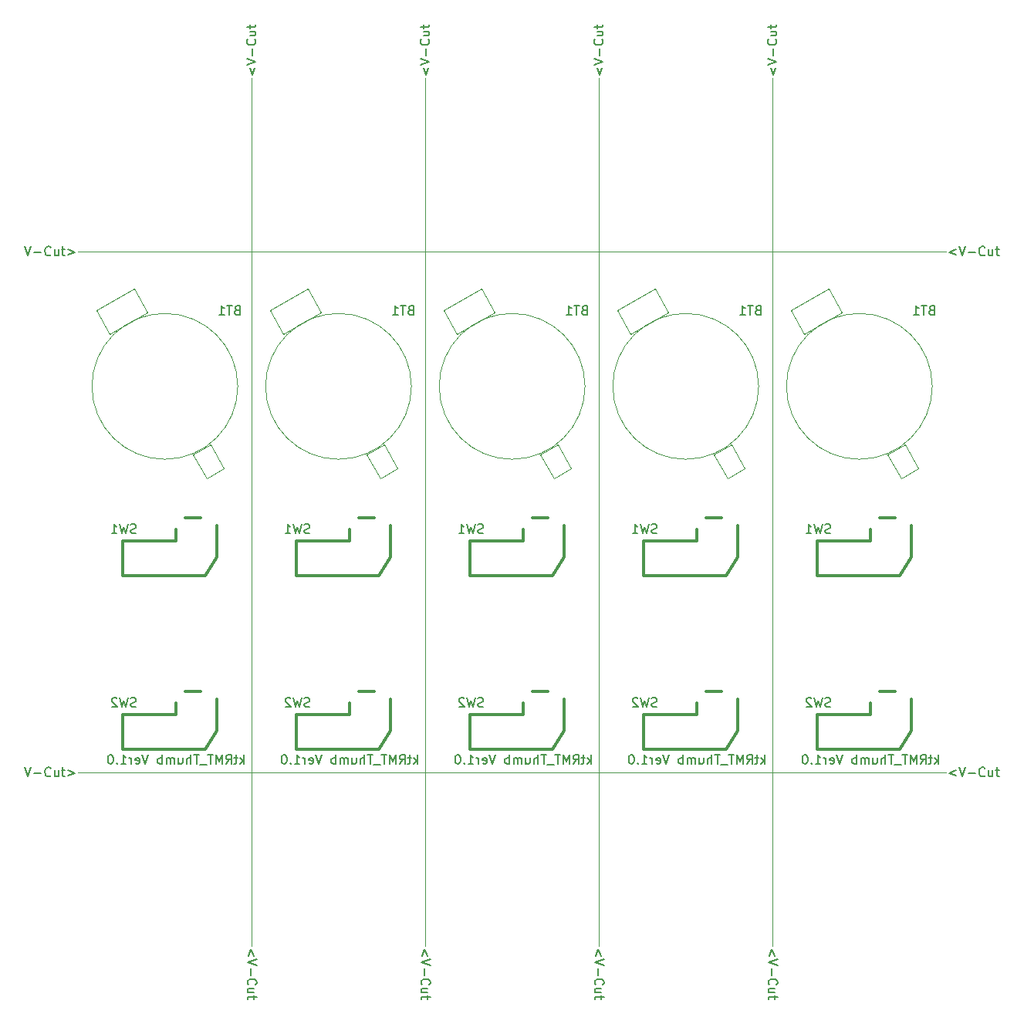
<source format=gbo>
%TF.GenerationSoftware,KiCad,Pcbnew,(6.0.11-0)*%
%TF.CreationDate,2025-01-13T00:26:26+09:00*%
%TF.ProjectId,Array,41727261-792e-46b6-9963-61645f706362,rev?*%
%TF.SameCoordinates,Original*%
%TF.FileFunction,Legend,Bot*%
%TF.FilePolarity,Positive*%
%FSLAX46Y46*%
G04 Gerber Fmt 4.6, Leading zero omitted, Abs format (unit mm)*
G04 Created by KiCad (PCBNEW (6.0.11-0)) date 2025-01-13 00:26:26*
%MOMM*%
%LPD*%
G01*
G04 APERTURE LIST*
%ADD10C,0.120000*%
%ADD11C,0.050000*%
%ADD12C,0.150000*%
%ADD13C,0.360000*%
G04 APERTURE END LIST*
D10*
X0Y-76200000D02*
X95250000Y-76200000D01*
D11*
X76200000Y-95250000D02*
X76200000Y0D01*
X19050000Y0D02*
X19050000Y-95250000D01*
X38100000Y-95250000D02*
X38100000Y0D01*
D10*
X0Y-19050000D02*
X95250000Y-19050000D01*
D11*
X57150000Y0D02*
X57150000Y-95250000D01*
D12*
X37228571Y-75282380D02*
X37228571Y-74282380D01*
X37133333Y-74901428D02*
X36847619Y-75282380D01*
X36847619Y-74615714D02*
X37228571Y-74996666D01*
X36561904Y-74615714D02*
X36180952Y-74615714D01*
X36419047Y-74282380D02*
X36419047Y-75139523D01*
X36371428Y-75234761D01*
X36276190Y-75282380D01*
X36180952Y-75282380D01*
X35276190Y-75282380D02*
X35609523Y-74806190D01*
X35847619Y-75282380D02*
X35847619Y-74282380D01*
X35466666Y-74282380D01*
X35371428Y-74330000D01*
X35323809Y-74377619D01*
X35276190Y-74472857D01*
X35276190Y-74615714D01*
X35323809Y-74710952D01*
X35371428Y-74758571D01*
X35466666Y-74806190D01*
X35847619Y-74806190D01*
X34847619Y-75282380D02*
X34847619Y-74282380D01*
X34514285Y-74996666D01*
X34180952Y-74282380D01*
X34180952Y-75282380D01*
X33847619Y-74282380D02*
X33276190Y-74282380D01*
X33561904Y-75282380D02*
X33561904Y-74282380D01*
X33180952Y-75377619D02*
X32419047Y-75377619D01*
X32323809Y-74282380D02*
X31752380Y-74282380D01*
X32038095Y-75282380D02*
X32038095Y-74282380D01*
X31419047Y-75282380D02*
X31419047Y-74282380D01*
X30990476Y-75282380D02*
X30990476Y-74758571D01*
X31038095Y-74663333D01*
X31133333Y-74615714D01*
X31276190Y-74615714D01*
X31371428Y-74663333D01*
X31419047Y-74710952D01*
X30085714Y-74615714D02*
X30085714Y-75282380D01*
X30514285Y-74615714D02*
X30514285Y-75139523D01*
X30466666Y-75234761D01*
X30371428Y-75282380D01*
X30228571Y-75282380D01*
X30133333Y-75234761D01*
X30085714Y-75187142D01*
X29609523Y-75282380D02*
X29609523Y-74615714D01*
X29609523Y-74710952D02*
X29561904Y-74663333D01*
X29466666Y-74615714D01*
X29323809Y-74615714D01*
X29228571Y-74663333D01*
X29180952Y-74758571D01*
X29180952Y-75282380D01*
X29180952Y-74758571D02*
X29133333Y-74663333D01*
X29038095Y-74615714D01*
X28895238Y-74615714D01*
X28800000Y-74663333D01*
X28752380Y-74758571D01*
X28752380Y-75282380D01*
X28276190Y-75282380D02*
X28276190Y-74282380D01*
X28276190Y-74663333D02*
X28180952Y-74615714D01*
X27990476Y-74615714D01*
X27895238Y-74663333D01*
X27847619Y-74710952D01*
X27800000Y-74806190D01*
X27800000Y-75091904D01*
X27847619Y-75187142D01*
X27895238Y-75234761D01*
X27990476Y-75282380D01*
X28180952Y-75282380D01*
X28276190Y-75234761D01*
X26752380Y-74282380D02*
X26419047Y-75282380D01*
X26085714Y-74282380D01*
X25371428Y-75234761D02*
X25466666Y-75282380D01*
X25657142Y-75282380D01*
X25752380Y-75234761D01*
X25800000Y-75139523D01*
X25800000Y-74758571D01*
X25752380Y-74663333D01*
X25657142Y-74615714D01*
X25466666Y-74615714D01*
X25371428Y-74663333D01*
X25323809Y-74758571D01*
X25323809Y-74853809D01*
X25800000Y-74949047D01*
X24895238Y-75282380D02*
X24895238Y-74615714D01*
X24895238Y-74806190D02*
X24847619Y-74710952D01*
X24800000Y-74663333D01*
X24704761Y-74615714D01*
X24609523Y-74615714D01*
X23752380Y-75282380D02*
X24323809Y-75282380D01*
X24038095Y-75282380D02*
X24038095Y-74282380D01*
X24133333Y-74425238D01*
X24228571Y-74520476D01*
X24323809Y-74568095D01*
X23323809Y-75187142D02*
X23276190Y-75234761D01*
X23323809Y-75282380D01*
X23371428Y-75234761D01*
X23323809Y-75187142D01*
X23323809Y-75282380D01*
X22657142Y-74282380D02*
X22561904Y-74282380D01*
X22466666Y-74330000D01*
X22419047Y-74377619D01*
X22371428Y-74472857D01*
X22323809Y-74663333D01*
X22323809Y-74901428D01*
X22371428Y-75091904D01*
X22419047Y-75187142D01*
X22466666Y-75234761D01*
X22561904Y-75282380D01*
X22657142Y-75282380D01*
X22752380Y-75234761D01*
X22800000Y-75187142D01*
X22847619Y-75091904D01*
X22895238Y-74901428D01*
X22895238Y-74663333D01*
X22847619Y-74472857D01*
X22800000Y-74377619D01*
X22752380Y-74330000D01*
X22657142Y-74282380D01*
X38314285Y-96347500D02*
X38028571Y-95585595D01*
X37742857Y-96347500D01*
X38647619Y-96680833D02*
X37647619Y-97014166D01*
X38647619Y-97347500D01*
X38028571Y-97680833D02*
X38028571Y-98442738D01*
X37742857Y-99490357D02*
X37695238Y-99442738D01*
X37647619Y-99299880D01*
X37647619Y-99204642D01*
X37695238Y-99061785D01*
X37790476Y-98966547D01*
X37885714Y-98918928D01*
X38076190Y-98871309D01*
X38219047Y-98871309D01*
X38409523Y-98918928D01*
X38504761Y-98966547D01*
X38600000Y-99061785D01*
X38647619Y-99204642D01*
X38647619Y-99299880D01*
X38600000Y-99442738D01*
X38552380Y-99490357D01*
X38314285Y-100347500D02*
X37647619Y-100347500D01*
X38314285Y-99918928D02*
X37790476Y-99918928D01*
X37695238Y-99966547D01*
X37647619Y-100061785D01*
X37647619Y-100204642D01*
X37695238Y-100299880D01*
X37742857Y-100347500D01*
X38314285Y-100680833D02*
X38314285Y-101061785D01*
X38647619Y-100823690D02*
X37790476Y-100823690D01*
X37695238Y-100871309D01*
X37647619Y-100966547D01*
X37647619Y-101061785D01*
X37885714Y1097500D02*
X38171428Y335595D01*
X38457142Y1097500D01*
X37552380Y1430833D02*
X38552380Y1764166D01*
X37552380Y2097500D01*
X38171428Y2430833D02*
X38171428Y3192738D01*
X38457142Y4240357D02*
X38504761Y4192738D01*
X38552380Y4049880D01*
X38552380Y3954642D01*
X38504761Y3811785D01*
X38409523Y3716547D01*
X38314285Y3668928D01*
X38123809Y3621309D01*
X37980952Y3621309D01*
X37790476Y3668928D01*
X37695238Y3716547D01*
X37600000Y3811785D01*
X37552380Y3954642D01*
X37552380Y4049880D01*
X37600000Y4192738D01*
X37647619Y4240357D01*
X37885714Y5097500D02*
X38552380Y5097500D01*
X37885714Y4668928D02*
X38409523Y4668928D01*
X38504761Y4716547D01*
X38552380Y4811785D01*
X38552380Y4954642D01*
X38504761Y5049880D01*
X38457142Y5097500D01*
X37885714Y5430833D02*
X37885714Y5811785D01*
X37552380Y5573690D02*
X38409523Y5573690D01*
X38504761Y5621309D01*
X38552380Y5716547D01*
X38552380Y5811785D01*
X57364285Y-96347500D02*
X57078571Y-95585595D01*
X56792857Y-96347500D01*
X57697619Y-96680833D02*
X56697619Y-97014166D01*
X57697619Y-97347500D01*
X57078571Y-97680833D02*
X57078571Y-98442738D01*
X56792857Y-99490357D02*
X56745238Y-99442738D01*
X56697619Y-99299880D01*
X56697619Y-99204642D01*
X56745238Y-99061785D01*
X56840476Y-98966547D01*
X56935714Y-98918928D01*
X57126190Y-98871309D01*
X57269047Y-98871309D01*
X57459523Y-98918928D01*
X57554761Y-98966547D01*
X57650000Y-99061785D01*
X57697619Y-99204642D01*
X57697619Y-99299880D01*
X57650000Y-99442738D01*
X57602380Y-99490357D01*
X57364285Y-100347500D02*
X56697619Y-100347500D01*
X57364285Y-99918928D02*
X56840476Y-99918928D01*
X56745238Y-99966547D01*
X56697619Y-100061785D01*
X56697619Y-100204642D01*
X56745238Y-100299880D01*
X56792857Y-100347500D01*
X57364285Y-100680833D02*
X57364285Y-101061785D01*
X57697619Y-100823690D02*
X56840476Y-100823690D01*
X56745238Y-100871309D01*
X56697619Y-100966547D01*
X56697619Y-101061785D01*
X-5811785Y-75652380D02*
X-5478452Y-76652380D01*
X-5145119Y-75652380D01*
X-4811785Y-76271428D02*
X-4049880Y-76271428D01*
X-3002261Y-76557142D02*
X-3049880Y-76604761D01*
X-3192738Y-76652380D01*
X-3287976Y-76652380D01*
X-3430833Y-76604761D01*
X-3526071Y-76509523D01*
X-3573690Y-76414285D01*
X-3621309Y-76223809D01*
X-3621309Y-76080952D01*
X-3573690Y-75890476D01*
X-3526071Y-75795238D01*
X-3430833Y-75700000D01*
X-3287976Y-75652380D01*
X-3192738Y-75652380D01*
X-3049880Y-75700000D01*
X-3002261Y-75747619D01*
X-2145119Y-75985714D02*
X-2145119Y-76652380D01*
X-2573690Y-75985714D02*
X-2573690Y-76509523D01*
X-2526071Y-76604761D01*
X-2430833Y-76652380D01*
X-2287976Y-76652380D01*
X-2192738Y-76604761D01*
X-2145119Y-76557142D01*
X-1811785Y-75985714D02*
X-1430833Y-75985714D01*
X-1668928Y-75652380D02*
X-1668928Y-76509523D01*
X-1621309Y-76604761D01*
X-1526071Y-76652380D01*
X-1430833Y-76652380D01*
X-1097500Y-75985714D02*
X-335595Y-76271428D01*
X-1097500Y-76557142D01*
X18178571Y-75282380D02*
X18178571Y-74282380D01*
X18083333Y-74901428D02*
X17797619Y-75282380D01*
X17797619Y-74615714D02*
X18178571Y-74996666D01*
X17511904Y-74615714D02*
X17130952Y-74615714D01*
X17369047Y-74282380D02*
X17369047Y-75139523D01*
X17321428Y-75234761D01*
X17226190Y-75282380D01*
X17130952Y-75282380D01*
X16226190Y-75282380D02*
X16559523Y-74806190D01*
X16797619Y-75282380D02*
X16797619Y-74282380D01*
X16416666Y-74282380D01*
X16321428Y-74330000D01*
X16273809Y-74377619D01*
X16226190Y-74472857D01*
X16226190Y-74615714D01*
X16273809Y-74710952D01*
X16321428Y-74758571D01*
X16416666Y-74806190D01*
X16797619Y-74806190D01*
X15797619Y-75282380D02*
X15797619Y-74282380D01*
X15464285Y-74996666D01*
X15130952Y-74282380D01*
X15130952Y-75282380D01*
X14797619Y-74282380D02*
X14226190Y-74282380D01*
X14511904Y-75282380D02*
X14511904Y-74282380D01*
X14130952Y-75377619D02*
X13369047Y-75377619D01*
X13273809Y-74282380D02*
X12702380Y-74282380D01*
X12988095Y-75282380D02*
X12988095Y-74282380D01*
X12369047Y-75282380D02*
X12369047Y-74282380D01*
X11940476Y-75282380D02*
X11940476Y-74758571D01*
X11988095Y-74663333D01*
X12083333Y-74615714D01*
X12226190Y-74615714D01*
X12321428Y-74663333D01*
X12369047Y-74710952D01*
X11035714Y-74615714D02*
X11035714Y-75282380D01*
X11464285Y-74615714D02*
X11464285Y-75139523D01*
X11416666Y-75234761D01*
X11321428Y-75282380D01*
X11178571Y-75282380D01*
X11083333Y-75234761D01*
X11035714Y-75187142D01*
X10559523Y-75282380D02*
X10559523Y-74615714D01*
X10559523Y-74710952D02*
X10511904Y-74663333D01*
X10416666Y-74615714D01*
X10273809Y-74615714D01*
X10178571Y-74663333D01*
X10130952Y-74758571D01*
X10130952Y-75282380D01*
X10130952Y-74758571D02*
X10083333Y-74663333D01*
X9988095Y-74615714D01*
X9845238Y-74615714D01*
X9750000Y-74663333D01*
X9702380Y-74758571D01*
X9702380Y-75282380D01*
X9226190Y-75282380D02*
X9226190Y-74282380D01*
X9226190Y-74663333D02*
X9130952Y-74615714D01*
X8940476Y-74615714D01*
X8845238Y-74663333D01*
X8797619Y-74710952D01*
X8750000Y-74806190D01*
X8750000Y-75091904D01*
X8797619Y-75187142D01*
X8845238Y-75234761D01*
X8940476Y-75282380D01*
X9130952Y-75282380D01*
X9226190Y-75234761D01*
X7702380Y-74282380D02*
X7369047Y-75282380D01*
X7035714Y-74282380D01*
X6321428Y-75234761D02*
X6416666Y-75282380D01*
X6607142Y-75282380D01*
X6702380Y-75234761D01*
X6750000Y-75139523D01*
X6750000Y-74758571D01*
X6702380Y-74663333D01*
X6607142Y-74615714D01*
X6416666Y-74615714D01*
X6321428Y-74663333D01*
X6273809Y-74758571D01*
X6273809Y-74853809D01*
X6750000Y-74949047D01*
X5845238Y-75282380D02*
X5845238Y-74615714D01*
X5845238Y-74806190D02*
X5797619Y-74710952D01*
X5750000Y-74663333D01*
X5654761Y-74615714D01*
X5559523Y-74615714D01*
X4702380Y-75282380D02*
X5273809Y-75282380D01*
X4988095Y-75282380D02*
X4988095Y-74282380D01*
X5083333Y-74425238D01*
X5178571Y-74520476D01*
X5273809Y-74568095D01*
X4273809Y-75187142D02*
X4226190Y-75234761D01*
X4273809Y-75282380D01*
X4321428Y-75234761D01*
X4273809Y-75187142D01*
X4273809Y-75282380D01*
X3607142Y-74282380D02*
X3511904Y-74282380D01*
X3416666Y-74330000D01*
X3369047Y-74377619D01*
X3321428Y-74472857D01*
X3273809Y-74663333D01*
X3273809Y-74901428D01*
X3321428Y-75091904D01*
X3369047Y-75187142D01*
X3416666Y-75234761D01*
X3511904Y-75282380D01*
X3607142Y-75282380D01*
X3702380Y-75234761D01*
X3750000Y-75187142D01*
X3797619Y-75091904D01*
X3845238Y-74901428D01*
X3845238Y-74663333D01*
X3797619Y-74472857D01*
X3750000Y-74377619D01*
X3702380Y-74330000D01*
X3607142Y-74282380D01*
X-5811785Y-18502380D02*
X-5478452Y-19502380D01*
X-5145119Y-18502380D01*
X-4811785Y-19121428D02*
X-4049880Y-19121428D01*
X-3002261Y-19407142D02*
X-3049880Y-19454761D01*
X-3192738Y-19502380D01*
X-3287976Y-19502380D01*
X-3430833Y-19454761D01*
X-3526071Y-19359523D01*
X-3573690Y-19264285D01*
X-3621309Y-19073809D01*
X-3621309Y-18930952D01*
X-3573690Y-18740476D01*
X-3526071Y-18645238D01*
X-3430833Y-18550000D01*
X-3287976Y-18502380D01*
X-3192738Y-18502380D01*
X-3049880Y-18550000D01*
X-3002261Y-18597619D01*
X-2145119Y-18835714D02*
X-2145119Y-19502380D01*
X-2573690Y-18835714D02*
X-2573690Y-19359523D01*
X-2526071Y-19454761D01*
X-2430833Y-19502380D01*
X-2287976Y-19502380D01*
X-2192738Y-19454761D01*
X-2145119Y-19407142D01*
X-1811785Y-18835714D02*
X-1430833Y-18835714D01*
X-1668928Y-18502380D02*
X-1668928Y-19359523D01*
X-1621309Y-19454761D01*
X-1526071Y-19502380D01*
X-1430833Y-19502380D01*
X-1097500Y-18835714D02*
X-335595Y-19121428D01*
X-1097500Y-19407142D01*
X18835714Y1097500D02*
X19121428Y335595D01*
X19407142Y1097500D01*
X18502380Y1430833D02*
X19502380Y1764166D01*
X18502380Y2097500D01*
X19121428Y2430833D02*
X19121428Y3192738D01*
X19407142Y4240357D02*
X19454761Y4192738D01*
X19502380Y4049880D01*
X19502380Y3954642D01*
X19454761Y3811785D01*
X19359523Y3716547D01*
X19264285Y3668928D01*
X19073809Y3621309D01*
X18930952Y3621309D01*
X18740476Y3668928D01*
X18645238Y3716547D01*
X18550000Y3811785D01*
X18502380Y3954642D01*
X18502380Y4049880D01*
X18550000Y4192738D01*
X18597619Y4240357D01*
X18835714Y5097500D02*
X19502380Y5097500D01*
X18835714Y4668928D02*
X19359523Y4668928D01*
X19454761Y4716547D01*
X19502380Y4811785D01*
X19502380Y4954642D01*
X19454761Y5049880D01*
X19407142Y5097500D01*
X18835714Y5430833D02*
X18835714Y5811785D01*
X18502380Y5573690D02*
X19359523Y5573690D01*
X19454761Y5621309D01*
X19502380Y5716547D01*
X19502380Y5811785D01*
X75328571Y-75282380D02*
X75328571Y-74282380D01*
X75233333Y-74901428D02*
X74947619Y-75282380D01*
X74947619Y-74615714D02*
X75328571Y-74996666D01*
X74661904Y-74615714D02*
X74280952Y-74615714D01*
X74519047Y-74282380D02*
X74519047Y-75139523D01*
X74471428Y-75234761D01*
X74376190Y-75282380D01*
X74280952Y-75282380D01*
X73376190Y-75282380D02*
X73709523Y-74806190D01*
X73947619Y-75282380D02*
X73947619Y-74282380D01*
X73566666Y-74282380D01*
X73471428Y-74330000D01*
X73423809Y-74377619D01*
X73376190Y-74472857D01*
X73376190Y-74615714D01*
X73423809Y-74710952D01*
X73471428Y-74758571D01*
X73566666Y-74806190D01*
X73947619Y-74806190D01*
X72947619Y-75282380D02*
X72947619Y-74282380D01*
X72614285Y-74996666D01*
X72280952Y-74282380D01*
X72280952Y-75282380D01*
X71947619Y-74282380D02*
X71376190Y-74282380D01*
X71661904Y-75282380D02*
X71661904Y-74282380D01*
X71280952Y-75377619D02*
X70519047Y-75377619D01*
X70423809Y-74282380D02*
X69852380Y-74282380D01*
X70138095Y-75282380D02*
X70138095Y-74282380D01*
X69519047Y-75282380D02*
X69519047Y-74282380D01*
X69090476Y-75282380D02*
X69090476Y-74758571D01*
X69138095Y-74663333D01*
X69233333Y-74615714D01*
X69376190Y-74615714D01*
X69471428Y-74663333D01*
X69519047Y-74710952D01*
X68185714Y-74615714D02*
X68185714Y-75282380D01*
X68614285Y-74615714D02*
X68614285Y-75139523D01*
X68566666Y-75234761D01*
X68471428Y-75282380D01*
X68328571Y-75282380D01*
X68233333Y-75234761D01*
X68185714Y-75187142D01*
X67709523Y-75282380D02*
X67709523Y-74615714D01*
X67709523Y-74710952D02*
X67661904Y-74663333D01*
X67566666Y-74615714D01*
X67423809Y-74615714D01*
X67328571Y-74663333D01*
X67280952Y-74758571D01*
X67280952Y-75282380D01*
X67280952Y-74758571D02*
X67233333Y-74663333D01*
X67138095Y-74615714D01*
X66995238Y-74615714D01*
X66900000Y-74663333D01*
X66852380Y-74758571D01*
X66852380Y-75282380D01*
X66376190Y-75282380D02*
X66376190Y-74282380D01*
X66376190Y-74663333D02*
X66280952Y-74615714D01*
X66090476Y-74615714D01*
X65995238Y-74663333D01*
X65947619Y-74710952D01*
X65900000Y-74806190D01*
X65900000Y-75091904D01*
X65947619Y-75187142D01*
X65995238Y-75234761D01*
X66090476Y-75282380D01*
X66280952Y-75282380D01*
X66376190Y-75234761D01*
X64852380Y-74282380D02*
X64519047Y-75282380D01*
X64185714Y-74282380D01*
X63471428Y-75234761D02*
X63566666Y-75282380D01*
X63757142Y-75282380D01*
X63852380Y-75234761D01*
X63900000Y-75139523D01*
X63900000Y-74758571D01*
X63852380Y-74663333D01*
X63757142Y-74615714D01*
X63566666Y-74615714D01*
X63471428Y-74663333D01*
X63423809Y-74758571D01*
X63423809Y-74853809D01*
X63900000Y-74949047D01*
X62995238Y-75282380D02*
X62995238Y-74615714D01*
X62995238Y-74806190D02*
X62947619Y-74710952D01*
X62900000Y-74663333D01*
X62804761Y-74615714D01*
X62709523Y-74615714D01*
X61852380Y-75282380D02*
X62423809Y-75282380D01*
X62138095Y-75282380D02*
X62138095Y-74282380D01*
X62233333Y-74425238D01*
X62328571Y-74520476D01*
X62423809Y-74568095D01*
X61423809Y-75187142D02*
X61376190Y-75234761D01*
X61423809Y-75282380D01*
X61471428Y-75234761D01*
X61423809Y-75187142D01*
X61423809Y-75282380D01*
X60757142Y-74282380D02*
X60661904Y-74282380D01*
X60566666Y-74330000D01*
X60519047Y-74377619D01*
X60471428Y-74472857D01*
X60423809Y-74663333D01*
X60423809Y-74901428D01*
X60471428Y-75091904D01*
X60519047Y-75187142D01*
X60566666Y-75234761D01*
X60661904Y-75282380D01*
X60757142Y-75282380D01*
X60852380Y-75234761D01*
X60900000Y-75187142D01*
X60947619Y-75091904D01*
X60995238Y-74901428D01*
X60995238Y-74663333D01*
X60947619Y-74472857D01*
X60900000Y-74377619D01*
X60852380Y-74330000D01*
X60757142Y-74282380D01*
X96347500Y-75985714D02*
X95585595Y-76271428D01*
X96347500Y-76557142D01*
X96680833Y-75652380D02*
X97014166Y-76652380D01*
X97347500Y-75652380D01*
X97680833Y-76271428D02*
X98442738Y-76271428D01*
X99490357Y-76557142D02*
X99442738Y-76604761D01*
X99299880Y-76652380D01*
X99204642Y-76652380D01*
X99061785Y-76604761D01*
X98966547Y-76509523D01*
X98918928Y-76414285D01*
X98871309Y-76223809D01*
X98871309Y-76080952D01*
X98918928Y-75890476D01*
X98966547Y-75795238D01*
X99061785Y-75700000D01*
X99204642Y-75652380D01*
X99299880Y-75652380D01*
X99442738Y-75700000D01*
X99490357Y-75747619D01*
X100347500Y-75985714D02*
X100347500Y-76652380D01*
X99918928Y-75985714D02*
X99918928Y-76509523D01*
X99966547Y-76604761D01*
X100061785Y-76652380D01*
X100204642Y-76652380D01*
X100299880Y-76604761D01*
X100347500Y-76557142D01*
X100680833Y-75985714D02*
X101061785Y-75985714D01*
X100823690Y-75652380D02*
X100823690Y-76509523D01*
X100871309Y-76604761D01*
X100966547Y-76652380D01*
X101061785Y-76652380D01*
X96347500Y-18835714D02*
X95585595Y-19121428D01*
X96347500Y-19407142D01*
X96680833Y-18502380D02*
X97014166Y-19502380D01*
X97347500Y-18502380D01*
X97680833Y-19121428D02*
X98442738Y-19121428D01*
X99490357Y-19407142D02*
X99442738Y-19454761D01*
X99299880Y-19502380D01*
X99204642Y-19502380D01*
X99061785Y-19454761D01*
X98966547Y-19359523D01*
X98918928Y-19264285D01*
X98871309Y-19073809D01*
X98871309Y-18930952D01*
X98918928Y-18740476D01*
X98966547Y-18645238D01*
X99061785Y-18550000D01*
X99204642Y-18502380D01*
X99299880Y-18502380D01*
X99442738Y-18550000D01*
X99490357Y-18597619D01*
X100347500Y-18835714D02*
X100347500Y-19502380D01*
X99918928Y-18835714D02*
X99918928Y-19359523D01*
X99966547Y-19454761D01*
X100061785Y-19502380D01*
X100204642Y-19502380D01*
X100299880Y-19454761D01*
X100347500Y-19407142D01*
X100680833Y-18835714D02*
X101061785Y-18835714D01*
X100823690Y-18502380D02*
X100823690Y-19359523D01*
X100871309Y-19454761D01*
X100966547Y-19502380D01*
X101061785Y-19502380D01*
X19264285Y-96347500D02*
X18978571Y-95585595D01*
X18692857Y-96347500D01*
X19597619Y-96680833D02*
X18597619Y-97014166D01*
X19597619Y-97347500D01*
X18978571Y-97680833D02*
X18978571Y-98442738D01*
X18692857Y-99490357D02*
X18645238Y-99442738D01*
X18597619Y-99299880D01*
X18597619Y-99204642D01*
X18645238Y-99061785D01*
X18740476Y-98966547D01*
X18835714Y-98918928D01*
X19026190Y-98871309D01*
X19169047Y-98871309D01*
X19359523Y-98918928D01*
X19454761Y-98966547D01*
X19550000Y-99061785D01*
X19597619Y-99204642D01*
X19597619Y-99299880D01*
X19550000Y-99442738D01*
X19502380Y-99490357D01*
X19264285Y-100347500D02*
X18597619Y-100347500D01*
X19264285Y-99918928D02*
X18740476Y-99918928D01*
X18645238Y-99966547D01*
X18597619Y-100061785D01*
X18597619Y-100204642D01*
X18645238Y-100299880D01*
X18692857Y-100347500D01*
X19264285Y-100680833D02*
X19264285Y-101061785D01*
X19597619Y-100823690D02*
X18740476Y-100823690D01*
X18645238Y-100871309D01*
X18597619Y-100966547D01*
X18597619Y-101061785D01*
X75985714Y1097500D02*
X76271428Y335595D01*
X76557142Y1097500D01*
X75652380Y1430833D02*
X76652380Y1764166D01*
X75652380Y2097500D01*
X76271428Y2430833D02*
X76271428Y3192738D01*
X76557142Y4240357D02*
X76604761Y4192738D01*
X76652380Y4049880D01*
X76652380Y3954642D01*
X76604761Y3811785D01*
X76509523Y3716547D01*
X76414285Y3668928D01*
X76223809Y3621309D01*
X76080952Y3621309D01*
X75890476Y3668928D01*
X75795238Y3716547D01*
X75700000Y3811785D01*
X75652380Y3954642D01*
X75652380Y4049880D01*
X75700000Y4192738D01*
X75747619Y4240357D01*
X75985714Y5097500D02*
X76652380Y5097500D01*
X75985714Y4668928D02*
X76509523Y4668928D01*
X76604761Y4716547D01*
X76652380Y4811785D01*
X76652380Y4954642D01*
X76604761Y5049880D01*
X76557142Y5097500D01*
X75985714Y5430833D02*
X75985714Y5811785D01*
X75652380Y5573690D02*
X76509523Y5573690D01*
X76604761Y5621309D01*
X76652380Y5716547D01*
X76652380Y5811785D01*
X94378571Y-75282380D02*
X94378571Y-74282380D01*
X94283333Y-74901428D02*
X93997619Y-75282380D01*
X93997619Y-74615714D02*
X94378571Y-74996666D01*
X93711904Y-74615714D02*
X93330952Y-74615714D01*
X93569047Y-74282380D02*
X93569047Y-75139523D01*
X93521428Y-75234761D01*
X93426190Y-75282380D01*
X93330952Y-75282380D01*
X92426190Y-75282380D02*
X92759523Y-74806190D01*
X92997619Y-75282380D02*
X92997619Y-74282380D01*
X92616666Y-74282380D01*
X92521428Y-74330000D01*
X92473809Y-74377619D01*
X92426190Y-74472857D01*
X92426190Y-74615714D01*
X92473809Y-74710952D01*
X92521428Y-74758571D01*
X92616666Y-74806190D01*
X92997619Y-74806190D01*
X91997619Y-75282380D02*
X91997619Y-74282380D01*
X91664285Y-74996666D01*
X91330952Y-74282380D01*
X91330952Y-75282380D01*
X90997619Y-74282380D02*
X90426190Y-74282380D01*
X90711904Y-75282380D02*
X90711904Y-74282380D01*
X90330952Y-75377619D02*
X89569047Y-75377619D01*
X89473809Y-74282380D02*
X88902380Y-74282380D01*
X89188095Y-75282380D02*
X89188095Y-74282380D01*
X88569047Y-75282380D02*
X88569047Y-74282380D01*
X88140476Y-75282380D02*
X88140476Y-74758571D01*
X88188095Y-74663333D01*
X88283333Y-74615714D01*
X88426190Y-74615714D01*
X88521428Y-74663333D01*
X88569047Y-74710952D01*
X87235714Y-74615714D02*
X87235714Y-75282380D01*
X87664285Y-74615714D02*
X87664285Y-75139523D01*
X87616666Y-75234761D01*
X87521428Y-75282380D01*
X87378571Y-75282380D01*
X87283333Y-75234761D01*
X87235714Y-75187142D01*
X86759523Y-75282380D02*
X86759523Y-74615714D01*
X86759523Y-74710952D02*
X86711904Y-74663333D01*
X86616666Y-74615714D01*
X86473809Y-74615714D01*
X86378571Y-74663333D01*
X86330952Y-74758571D01*
X86330952Y-75282380D01*
X86330952Y-74758571D02*
X86283333Y-74663333D01*
X86188095Y-74615714D01*
X86045238Y-74615714D01*
X85950000Y-74663333D01*
X85902380Y-74758571D01*
X85902380Y-75282380D01*
X85426190Y-75282380D02*
X85426190Y-74282380D01*
X85426190Y-74663333D02*
X85330952Y-74615714D01*
X85140476Y-74615714D01*
X85045238Y-74663333D01*
X84997619Y-74710952D01*
X84950000Y-74806190D01*
X84950000Y-75091904D01*
X84997619Y-75187142D01*
X85045238Y-75234761D01*
X85140476Y-75282380D01*
X85330952Y-75282380D01*
X85426190Y-75234761D01*
X83902380Y-74282380D02*
X83569047Y-75282380D01*
X83235714Y-74282380D01*
X82521428Y-75234761D02*
X82616666Y-75282380D01*
X82807142Y-75282380D01*
X82902380Y-75234761D01*
X82950000Y-75139523D01*
X82950000Y-74758571D01*
X82902380Y-74663333D01*
X82807142Y-74615714D01*
X82616666Y-74615714D01*
X82521428Y-74663333D01*
X82473809Y-74758571D01*
X82473809Y-74853809D01*
X82950000Y-74949047D01*
X82045238Y-75282380D02*
X82045238Y-74615714D01*
X82045238Y-74806190D02*
X81997619Y-74710952D01*
X81950000Y-74663333D01*
X81854761Y-74615714D01*
X81759523Y-74615714D01*
X80902380Y-75282380D02*
X81473809Y-75282380D01*
X81188095Y-75282380D02*
X81188095Y-74282380D01*
X81283333Y-74425238D01*
X81378571Y-74520476D01*
X81473809Y-74568095D01*
X80473809Y-75187142D02*
X80426190Y-75234761D01*
X80473809Y-75282380D01*
X80521428Y-75234761D01*
X80473809Y-75187142D01*
X80473809Y-75282380D01*
X79807142Y-74282380D02*
X79711904Y-74282380D01*
X79616666Y-74330000D01*
X79569047Y-74377619D01*
X79521428Y-74472857D01*
X79473809Y-74663333D01*
X79473809Y-74901428D01*
X79521428Y-75091904D01*
X79569047Y-75187142D01*
X79616666Y-75234761D01*
X79711904Y-75282380D01*
X79807142Y-75282380D01*
X79902380Y-75234761D01*
X79950000Y-75187142D01*
X79997619Y-75091904D01*
X80045238Y-74901428D01*
X80045238Y-74663333D01*
X79997619Y-74472857D01*
X79950000Y-74377619D01*
X79902380Y-74330000D01*
X79807142Y-74282380D01*
X56935714Y1097500D02*
X57221428Y335595D01*
X57507142Y1097500D01*
X56602380Y1430833D02*
X57602380Y1764166D01*
X56602380Y2097500D01*
X57221428Y2430833D02*
X57221428Y3192738D01*
X57507142Y4240357D02*
X57554761Y4192738D01*
X57602380Y4049880D01*
X57602380Y3954642D01*
X57554761Y3811785D01*
X57459523Y3716547D01*
X57364285Y3668928D01*
X57173809Y3621309D01*
X57030952Y3621309D01*
X56840476Y3668928D01*
X56745238Y3716547D01*
X56650000Y3811785D01*
X56602380Y3954642D01*
X56602380Y4049880D01*
X56650000Y4192738D01*
X56697619Y4240357D01*
X56935714Y5097500D02*
X57602380Y5097500D01*
X56935714Y4668928D02*
X57459523Y4668928D01*
X57554761Y4716547D01*
X57602380Y4811785D01*
X57602380Y4954642D01*
X57554761Y5049880D01*
X57507142Y5097500D01*
X56935714Y5430833D02*
X56935714Y5811785D01*
X56602380Y5573690D02*
X57459523Y5573690D01*
X57554761Y5621309D01*
X57602380Y5716547D01*
X57602380Y5811785D01*
X56278571Y-75282380D02*
X56278571Y-74282380D01*
X56183333Y-74901428D02*
X55897619Y-75282380D01*
X55897619Y-74615714D02*
X56278571Y-74996666D01*
X55611904Y-74615714D02*
X55230952Y-74615714D01*
X55469047Y-74282380D02*
X55469047Y-75139523D01*
X55421428Y-75234761D01*
X55326190Y-75282380D01*
X55230952Y-75282380D01*
X54326190Y-75282380D02*
X54659523Y-74806190D01*
X54897619Y-75282380D02*
X54897619Y-74282380D01*
X54516666Y-74282380D01*
X54421428Y-74330000D01*
X54373809Y-74377619D01*
X54326190Y-74472857D01*
X54326190Y-74615714D01*
X54373809Y-74710952D01*
X54421428Y-74758571D01*
X54516666Y-74806190D01*
X54897619Y-74806190D01*
X53897619Y-75282380D02*
X53897619Y-74282380D01*
X53564285Y-74996666D01*
X53230952Y-74282380D01*
X53230952Y-75282380D01*
X52897619Y-74282380D02*
X52326190Y-74282380D01*
X52611904Y-75282380D02*
X52611904Y-74282380D01*
X52230952Y-75377619D02*
X51469047Y-75377619D01*
X51373809Y-74282380D02*
X50802380Y-74282380D01*
X51088095Y-75282380D02*
X51088095Y-74282380D01*
X50469047Y-75282380D02*
X50469047Y-74282380D01*
X50040476Y-75282380D02*
X50040476Y-74758571D01*
X50088095Y-74663333D01*
X50183333Y-74615714D01*
X50326190Y-74615714D01*
X50421428Y-74663333D01*
X50469047Y-74710952D01*
X49135714Y-74615714D02*
X49135714Y-75282380D01*
X49564285Y-74615714D02*
X49564285Y-75139523D01*
X49516666Y-75234761D01*
X49421428Y-75282380D01*
X49278571Y-75282380D01*
X49183333Y-75234761D01*
X49135714Y-75187142D01*
X48659523Y-75282380D02*
X48659523Y-74615714D01*
X48659523Y-74710952D02*
X48611904Y-74663333D01*
X48516666Y-74615714D01*
X48373809Y-74615714D01*
X48278571Y-74663333D01*
X48230952Y-74758571D01*
X48230952Y-75282380D01*
X48230952Y-74758571D02*
X48183333Y-74663333D01*
X48088095Y-74615714D01*
X47945238Y-74615714D01*
X47850000Y-74663333D01*
X47802380Y-74758571D01*
X47802380Y-75282380D01*
X47326190Y-75282380D02*
X47326190Y-74282380D01*
X47326190Y-74663333D02*
X47230952Y-74615714D01*
X47040476Y-74615714D01*
X46945238Y-74663333D01*
X46897619Y-74710952D01*
X46850000Y-74806190D01*
X46850000Y-75091904D01*
X46897619Y-75187142D01*
X46945238Y-75234761D01*
X47040476Y-75282380D01*
X47230952Y-75282380D01*
X47326190Y-75234761D01*
X45802380Y-74282380D02*
X45469047Y-75282380D01*
X45135714Y-74282380D01*
X44421428Y-75234761D02*
X44516666Y-75282380D01*
X44707142Y-75282380D01*
X44802380Y-75234761D01*
X44850000Y-75139523D01*
X44850000Y-74758571D01*
X44802380Y-74663333D01*
X44707142Y-74615714D01*
X44516666Y-74615714D01*
X44421428Y-74663333D01*
X44373809Y-74758571D01*
X44373809Y-74853809D01*
X44850000Y-74949047D01*
X43945238Y-75282380D02*
X43945238Y-74615714D01*
X43945238Y-74806190D02*
X43897619Y-74710952D01*
X43850000Y-74663333D01*
X43754761Y-74615714D01*
X43659523Y-74615714D01*
X42802380Y-75282380D02*
X43373809Y-75282380D01*
X43088095Y-75282380D02*
X43088095Y-74282380D01*
X43183333Y-74425238D01*
X43278571Y-74520476D01*
X43373809Y-74568095D01*
X42373809Y-75187142D02*
X42326190Y-75234761D01*
X42373809Y-75282380D01*
X42421428Y-75234761D01*
X42373809Y-75187142D01*
X42373809Y-75282380D01*
X41707142Y-74282380D02*
X41611904Y-74282380D01*
X41516666Y-74330000D01*
X41469047Y-74377619D01*
X41421428Y-74472857D01*
X41373809Y-74663333D01*
X41373809Y-74901428D01*
X41421428Y-75091904D01*
X41469047Y-75187142D01*
X41516666Y-75234761D01*
X41611904Y-75282380D01*
X41707142Y-75282380D01*
X41802380Y-75234761D01*
X41850000Y-75187142D01*
X41897619Y-75091904D01*
X41945238Y-74901428D01*
X41945238Y-74663333D01*
X41897619Y-74472857D01*
X41850000Y-74377619D01*
X41802380Y-74330000D01*
X41707142Y-74282380D01*
X76414285Y-96347500D02*
X76128571Y-95585595D01*
X75842857Y-96347500D01*
X76747619Y-96680833D02*
X75747619Y-97014166D01*
X76747619Y-97347500D01*
X76128571Y-97680833D02*
X76128571Y-98442738D01*
X75842857Y-99490357D02*
X75795238Y-99442738D01*
X75747619Y-99299880D01*
X75747619Y-99204642D01*
X75795238Y-99061785D01*
X75890476Y-98966547D01*
X75985714Y-98918928D01*
X76176190Y-98871309D01*
X76319047Y-98871309D01*
X76509523Y-98918928D01*
X76604761Y-98966547D01*
X76700000Y-99061785D01*
X76747619Y-99204642D01*
X76747619Y-99299880D01*
X76700000Y-99442738D01*
X76652380Y-99490357D01*
X76414285Y-100347500D02*
X75747619Y-100347500D01*
X76414285Y-99918928D02*
X75890476Y-99918928D01*
X75795238Y-99966547D01*
X75747619Y-100061785D01*
X75747619Y-100204642D01*
X75795238Y-100299880D01*
X75842857Y-100347500D01*
X76414285Y-100680833D02*
X76414285Y-101061785D01*
X76747619Y-100823690D02*
X75890476Y-100823690D01*
X75795238Y-100871309D01*
X75747619Y-100966547D01*
X75747619Y-101061785D01*
X18178571Y-75282380D02*
X18178571Y-74282380D01*
X18083333Y-74901428D02*
X17797619Y-75282380D01*
X17797619Y-74615714D02*
X18178571Y-74996666D01*
X17511904Y-74615714D02*
X17130952Y-74615714D01*
X17369047Y-74282380D02*
X17369047Y-75139523D01*
X17321428Y-75234761D01*
X17226190Y-75282380D01*
X17130952Y-75282380D01*
X16226190Y-75282380D02*
X16559523Y-74806190D01*
X16797619Y-75282380D02*
X16797619Y-74282380D01*
X16416666Y-74282380D01*
X16321428Y-74330000D01*
X16273809Y-74377619D01*
X16226190Y-74472857D01*
X16226190Y-74615714D01*
X16273809Y-74710952D01*
X16321428Y-74758571D01*
X16416666Y-74806190D01*
X16797619Y-74806190D01*
X15797619Y-75282380D02*
X15797619Y-74282380D01*
X15464285Y-74996666D01*
X15130952Y-74282380D01*
X15130952Y-75282380D01*
X14797619Y-74282380D02*
X14226190Y-74282380D01*
X14511904Y-75282380D02*
X14511904Y-74282380D01*
X14130952Y-75377619D02*
X13369047Y-75377619D01*
X13273809Y-74282380D02*
X12702380Y-74282380D01*
X12988095Y-75282380D02*
X12988095Y-74282380D01*
X12369047Y-75282380D02*
X12369047Y-74282380D01*
X11940476Y-75282380D02*
X11940476Y-74758571D01*
X11988095Y-74663333D01*
X12083333Y-74615714D01*
X12226190Y-74615714D01*
X12321428Y-74663333D01*
X12369047Y-74710952D01*
X11035714Y-74615714D02*
X11035714Y-75282380D01*
X11464285Y-74615714D02*
X11464285Y-75139523D01*
X11416666Y-75234761D01*
X11321428Y-75282380D01*
X11178571Y-75282380D01*
X11083333Y-75234761D01*
X11035714Y-75187142D01*
X10559523Y-75282380D02*
X10559523Y-74615714D01*
X10559523Y-74710952D02*
X10511904Y-74663333D01*
X10416666Y-74615714D01*
X10273809Y-74615714D01*
X10178571Y-74663333D01*
X10130952Y-74758571D01*
X10130952Y-75282380D01*
X10130952Y-74758571D02*
X10083333Y-74663333D01*
X9988095Y-74615714D01*
X9845238Y-74615714D01*
X9750000Y-74663333D01*
X9702380Y-74758571D01*
X9702380Y-75282380D01*
X9226190Y-75282380D02*
X9226190Y-74282380D01*
X9226190Y-74663333D02*
X9130952Y-74615714D01*
X8940476Y-74615714D01*
X8845238Y-74663333D01*
X8797619Y-74710952D01*
X8750000Y-74806190D01*
X8750000Y-75091904D01*
X8797619Y-75187142D01*
X8845238Y-75234761D01*
X8940476Y-75282380D01*
X9130952Y-75282380D01*
X9226190Y-75234761D01*
X7702380Y-74282380D02*
X7369047Y-75282380D01*
X7035714Y-74282380D01*
X6321428Y-75234761D02*
X6416666Y-75282380D01*
X6607142Y-75282380D01*
X6702380Y-75234761D01*
X6750000Y-75139523D01*
X6750000Y-74758571D01*
X6702380Y-74663333D01*
X6607142Y-74615714D01*
X6416666Y-74615714D01*
X6321428Y-74663333D01*
X6273809Y-74758571D01*
X6273809Y-74853809D01*
X6750000Y-74949047D01*
X5845238Y-75282380D02*
X5845238Y-74615714D01*
X5845238Y-74806190D02*
X5797619Y-74710952D01*
X5750000Y-74663333D01*
X5654761Y-74615714D01*
X5559523Y-74615714D01*
X4702380Y-75282380D02*
X5273809Y-75282380D01*
X4988095Y-75282380D02*
X4988095Y-74282380D01*
X5083333Y-74425238D01*
X5178571Y-74520476D01*
X5273809Y-74568095D01*
X4273809Y-75187142D02*
X4226190Y-75234761D01*
X4273809Y-75282380D01*
X4321428Y-75234761D01*
X4273809Y-75187142D01*
X4273809Y-75282380D01*
X3607142Y-74282380D02*
X3511904Y-74282380D01*
X3416666Y-74330000D01*
X3369047Y-74377619D01*
X3321428Y-74472857D01*
X3273809Y-74663333D01*
X3273809Y-74901428D01*
X3321428Y-75091904D01*
X3369047Y-75187142D01*
X3416666Y-75234761D01*
X3511904Y-75282380D01*
X3607142Y-75282380D01*
X3702380Y-75234761D01*
X3750000Y-75187142D01*
X3797619Y-75091904D01*
X3845238Y-74901428D01*
X3845238Y-74663333D01*
X3797619Y-74472857D01*
X3750000Y-74377619D01*
X3702380Y-74330000D01*
X3607142Y-74282380D01*
X37228571Y-75282380D02*
X37228571Y-74282380D01*
X37133333Y-74901428D02*
X36847619Y-75282380D01*
X36847619Y-74615714D02*
X37228571Y-74996666D01*
X36561904Y-74615714D02*
X36180952Y-74615714D01*
X36419047Y-74282380D02*
X36419047Y-75139523D01*
X36371428Y-75234761D01*
X36276190Y-75282380D01*
X36180952Y-75282380D01*
X35276190Y-75282380D02*
X35609523Y-74806190D01*
X35847619Y-75282380D02*
X35847619Y-74282380D01*
X35466666Y-74282380D01*
X35371428Y-74330000D01*
X35323809Y-74377619D01*
X35276190Y-74472857D01*
X35276190Y-74615714D01*
X35323809Y-74710952D01*
X35371428Y-74758571D01*
X35466666Y-74806190D01*
X35847619Y-74806190D01*
X34847619Y-75282380D02*
X34847619Y-74282380D01*
X34514285Y-74996666D01*
X34180952Y-74282380D01*
X34180952Y-75282380D01*
X33847619Y-74282380D02*
X33276190Y-74282380D01*
X33561904Y-75282380D02*
X33561904Y-74282380D01*
X33180952Y-75377619D02*
X32419047Y-75377619D01*
X32323809Y-74282380D02*
X31752380Y-74282380D01*
X32038095Y-75282380D02*
X32038095Y-74282380D01*
X31419047Y-75282380D02*
X31419047Y-74282380D01*
X30990476Y-75282380D02*
X30990476Y-74758571D01*
X31038095Y-74663333D01*
X31133333Y-74615714D01*
X31276190Y-74615714D01*
X31371428Y-74663333D01*
X31419047Y-74710952D01*
X30085714Y-74615714D02*
X30085714Y-75282380D01*
X30514285Y-74615714D02*
X30514285Y-75139523D01*
X30466666Y-75234761D01*
X30371428Y-75282380D01*
X30228571Y-75282380D01*
X30133333Y-75234761D01*
X30085714Y-75187142D01*
X29609523Y-75282380D02*
X29609523Y-74615714D01*
X29609523Y-74710952D02*
X29561904Y-74663333D01*
X29466666Y-74615714D01*
X29323809Y-74615714D01*
X29228571Y-74663333D01*
X29180952Y-74758571D01*
X29180952Y-75282380D01*
X29180952Y-74758571D02*
X29133333Y-74663333D01*
X29038095Y-74615714D01*
X28895238Y-74615714D01*
X28800000Y-74663333D01*
X28752380Y-74758571D01*
X28752380Y-75282380D01*
X28276190Y-75282380D02*
X28276190Y-74282380D01*
X28276190Y-74663333D02*
X28180952Y-74615714D01*
X27990476Y-74615714D01*
X27895238Y-74663333D01*
X27847619Y-74710952D01*
X27800000Y-74806190D01*
X27800000Y-75091904D01*
X27847619Y-75187142D01*
X27895238Y-75234761D01*
X27990476Y-75282380D01*
X28180952Y-75282380D01*
X28276190Y-75234761D01*
X26752380Y-74282380D02*
X26419047Y-75282380D01*
X26085714Y-74282380D01*
X25371428Y-75234761D02*
X25466666Y-75282380D01*
X25657142Y-75282380D01*
X25752380Y-75234761D01*
X25800000Y-75139523D01*
X25800000Y-74758571D01*
X25752380Y-74663333D01*
X25657142Y-74615714D01*
X25466666Y-74615714D01*
X25371428Y-74663333D01*
X25323809Y-74758571D01*
X25323809Y-74853809D01*
X25800000Y-74949047D01*
X24895238Y-75282380D02*
X24895238Y-74615714D01*
X24895238Y-74806190D02*
X24847619Y-74710952D01*
X24800000Y-74663333D01*
X24704761Y-74615714D01*
X24609523Y-74615714D01*
X23752380Y-75282380D02*
X24323809Y-75282380D01*
X24038095Y-75282380D02*
X24038095Y-74282380D01*
X24133333Y-74425238D01*
X24228571Y-74520476D01*
X24323809Y-74568095D01*
X23323809Y-75187142D02*
X23276190Y-75234761D01*
X23323809Y-75282380D01*
X23371428Y-75234761D01*
X23323809Y-75187142D01*
X23323809Y-75282380D01*
X22657142Y-74282380D02*
X22561904Y-74282380D01*
X22466666Y-74330000D01*
X22419047Y-74377619D01*
X22371428Y-74472857D01*
X22323809Y-74663333D01*
X22323809Y-74901428D01*
X22371428Y-75091904D01*
X22419047Y-75187142D01*
X22466666Y-75234761D01*
X22561904Y-75282380D01*
X22657142Y-75282380D01*
X22752380Y-75234761D01*
X22800000Y-75187142D01*
X22847619Y-75091904D01*
X22895238Y-74901428D01*
X22895238Y-74663333D01*
X22847619Y-74472857D01*
X22800000Y-74377619D01*
X22752380Y-74330000D01*
X22657142Y-74282380D01*
X56278571Y-75282380D02*
X56278571Y-74282380D01*
X56183333Y-74901428D02*
X55897619Y-75282380D01*
X55897619Y-74615714D02*
X56278571Y-74996666D01*
X55611904Y-74615714D02*
X55230952Y-74615714D01*
X55469047Y-74282380D02*
X55469047Y-75139523D01*
X55421428Y-75234761D01*
X55326190Y-75282380D01*
X55230952Y-75282380D01*
X54326190Y-75282380D02*
X54659523Y-74806190D01*
X54897619Y-75282380D02*
X54897619Y-74282380D01*
X54516666Y-74282380D01*
X54421428Y-74330000D01*
X54373809Y-74377619D01*
X54326190Y-74472857D01*
X54326190Y-74615714D01*
X54373809Y-74710952D01*
X54421428Y-74758571D01*
X54516666Y-74806190D01*
X54897619Y-74806190D01*
X53897619Y-75282380D02*
X53897619Y-74282380D01*
X53564285Y-74996666D01*
X53230952Y-74282380D01*
X53230952Y-75282380D01*
X52897619Y-74282380D02*
X52326190Y-74282380D01*
X52611904Y-75282380D02*
X52611904Y-74282380D01*
X52230952Y-75377619D02*
X51469047Y-75377619D01*
X51373809Y-74282380D02*
X50802380Y-74282380D01*
X51088095Y-75282380D02*
X51088095Y-74282380D01*
X50469047Y-75282380D02*
X50469047Y-74282380D01*
X50040476Y-75282380D02*
X50040476Y-74758571D01*
X50088095Y-74663333D01*
X50183333Y-74615714D01*
X50326190Y-74615714D01*
X50421428Y-74663333D01*
X50469047Y-74710952D01*
X49135714Y-74615714D02*
X49135714Y-75282380D01*
X49564285Y-74615714D02*
X49564285Y-75139523D01*
X49516666Y-75234761D01*
X49421428Y-75282380D01*
X49278571Y-75282380D01*
X49183333Y-75234761D01*
X49135714Y-75187142D01*
X48659523Y-75282380D02*
X48659523Y-74615714D01*
X48659523Y-74710952D02*
X48611904Y-74663333D01*
X48516666Y-74615714D01*
X48373809Y-74615714D01*
X48278571Y-74663333D01*
X48230952Y-74758571D01*
X48230952Y-75282380D01*
X48230952Y-74758571D02*
X48183333Y-74663333D01*
X48088095Y-74615714D01*
X47945238Y-74615714D01*
X47850000Y-74663333D01*
X47802380Y-74758571D01*
X47802380Y-75282380D01*
X47326190Y-75282380D02*
X47326190Y-74282380D01*
X47326190Y-74663333D02*
X47230952Y-74615714D01*
X47040476Y-74615714D01*
X46945238Y-74663333D01*
X46897619Y-74710952D01*
X46850000Y-74806190D01*
X46850000Y-75091904D01*
X46897619Y-75187142D01*
X46945238Y-75234761D01*
X47040476Y-75282380D01*
X47230952Y-75282380D01*
X47326190Y-75234761D01*
X45802380Y-74282380D02*
X45469047Y-75282380D01*
X45135714Y-74282380D01*
X44421428Y-75234761D02*
X44516666Y-75282380D01*
X44707142Y-75282380D01*
X44802380Y-75234761D01*
X44850000Y-75139523D01*
X44850000Y-74758571D01*
X44802380Y-74663333D01*
X44707142Y-74615714D01*
X44516666Y-74615714D01*
X44421428Y-74663333D01*
X44373809Y-74758571D01*
X44373809Y-74853809D01*
X44850000Y-74949047D01*
X43945238Y-75282380D02*
X43945238Y-74615714D01*
X43945238Y-74806190D02*
X43897619Y-74710952D01*
X43850000Y-74663333D01*
X43754761Y-74615714D01*
X43659523Y-74615714D01*
X42802380Y-75282380D02*
X43373809Y-75282380D01*
X43088095Y-75282380D02*
X43088095Y-74282380D01*
X43183333Y-74425238D01*
X43278571Y-74520476D01*
X43373809Y-74568095D01*
X42373809Y-75187142D02*
X42326190Y-75234761D01*
X42373809Y-75282380D01*
X42421428Y-75234761D01*
X42373809Y-75187142D01*
X42373809Y-75282380D01*
X41707142Y-74282380D02*
X41611904Y-74282380D01*
X41516666Y-74330000D01*
X41469047Y-74377619D01*
X41421428Y-74472857D01*
X41373809Y-74663333D01*
X41373809Y-74901428D01*
X41421428Y-75091904D01*
X41469047Y-75187142D01*
X41516666Y-75234761D01*
X41611904Y-75282380D01*
X41707142Y-75282380D01*
X41802380Y-75234761D01*
X41850000Y-75187142D01*
X41897619Y-75091904D01*
X41945238Y-74901428D01*
X41945238Y-74663333D01*
X41897619Y-74472857D01*
X41850000Y-74377619D01*
X41802380Y-74330000D01*
X41707142Y-74282380D01*
X75328571Y-75282380D02*
X75328571Y-74282380D01*
X75233333Y-74901428D02*
X74947619Y-75282380D01*
X74947619Y-74615714D02*
X75328571Y-74996666D01*
X74661904Y-74615714D02*
X74280952Y-74615714D01*
X74519047Y-74282380D02*
X74519047Y-75139523D01*
X74471428Y-75234761D01*
X74376190Y-75282380D01*
X74280952Y-75282380D01*
X73376190Y-75282380D02*
X73709523Y-74806190D01*
X73947619Y-75282380D02*
X73947619Y-74282380D01*
X73566666Y-74282380D01*
X73471428Y-74330000D01*
X73423809Y-74377619D01*
X73376190Y-74472857D01*
X73376190Y-74615714D01*
X73423809Y-74710952D01*
X73471428Y-74758571D01*
X73566666Y-74806190D01*
X73947619Y-74806190D01*
X72947619Y-75282380D02*
X72947619Y-74282380D01*
X72614285Y-74996666D01*
X72280952Y-74282380D01*
X72280952Y-75282380D01*
X71947619Y-74282380D02*
X71376190Y-74282380D01*
X71661904Y-75282380D02*
X71661904Y-74282380D01*
X71280952Y-75377619D02*
X70519047Y-75377619D01*
X70423809Y-74282380D02*
X69852380Y-74282380D01*
X70138095Y-75282380D02*
X70138095Y-74282380D01*
X69519047Y-75282380D02*
X69519047Y-74282380D01*
X69090476Y-75282380D02*
X69090476Y-74758571D01*
X69138095Y-74663333D01*
X69233333Y-74615714D01*
X69376190Y-74615714D01*
X69471428Y-74663333D01*
X69519047Y-74710952D01*
X68185714Y-74615714D02*
X68185714Y-75282380D01*
X68614285Y-74615714D02*
X68614285Y-75139523D01*
X68566666Y-75234761D01*
X68471428Y-75282380D01*
X68328571Y-75282380D01*
X68233333Y-75234761D01*
X68185714Y-75187142D01*
X67709523Y-75282380D02*
X67709523Y-74615714D01*
X67709523Y-74710952D02*
X67661904Y-74663333D01*
X67566666Y-74615714D01*
X67423809Y-74615714D01*
X67328571Y-74663333D01*
X67280952Y-74758571D01*
X67280952Y-75282380D01*
X67280952Y-74758571D02*
X67233333Y-74663333D01*
X67138095Y-74615714D01*
X66995238Y-74615714D01*
X66900000Y-74663333D01*
X66852380Y-74758571D01*
X66852380Y-75282380D01*
X66376190Y-75282380D02*
X66376190Y-74282380D01*
X66376190Y-74663333D02*
X66280952Y-74615714D01*
X66090476Y-74615714D01*
X65995238Y-74663333D01*
X65947619Y-74710952D01*
X65900000Y-74806190D01*
X65900000Y-75091904D01*
X65947619Y-75187142D01*
X65995238Y-75234761D01*
X66090476Y-75282380D01*
X66280952Y-75282380D01*
X66376190Y-75234761D01*
X64852380Y-74282380D02*
X64519047Y-75282380D01*
X64185714Y-74282380D01*
X63471428Y-75234761D02*
X63566666Y-75282380D01*
X63757142Y-75282380D01*
X63852380Y-75234761D01*
X63900000Y-75139523D01*
X63900000Y-74758571D01*
X63852380Y-74663333D01*
X63757142Y-74615714D01*
X63566666Y-74615714D01*
X63471428Y-74663333D01*
X63423809Y-74758571D01*
X63423809Y-74853809D01*
X63900000Y-74949047D01*
X62995238Y-75282380D02*
X62995238Y-74615714D01*
X62995238Y-74806190D02*
X62947619Y-74710952D01*
X62900000Y-74663333D01*
X62804761Y-74615714D01*
X62709523Y-74615714D01*
X61852380Y-75282380D02*
X62423809Y-75282380D01*
X62138095Y-75282380D02*
X62138095Y-74282380D01*
X62233333Y-74425238D01*
X62328571Y-74520476D01*
X62423809Y-74568095D01*
X61423809Y-75187142D02*
X61376190Y-75234761D01*
X61423809Y-75282380D01*
X61471428Y-75234761D01*
X61423809Y-75187142D01*
X61423809Y-75282380D01*
X60757142Y-74282380D02*
X60661904Y-74282380D01*
X60566666Y-74330000D01*
X60519047Y-74377619D01*
X60471428Y-74472857D01*
X60423809Y-74663333D01*
X60423809Y-74901428D01*
X60471428Y-75091904D01*
X60519047Y-75187142D01*
X60566666Y-75234761D01*
X60661904Y-75282380D01*
X60757142Y-75282380D01*
X60852380Y-75234761D01*
X60900000Y-75187142D01*
X60947619Y-75091904D01*
X60995238Y-74901428D01*
X60995238Y-74663333D01*
X60947619Y-74472857D01*
X60900000Y-74377619D01*
X60852380Y-74330000D01*
X60757142Y-74282380D01*
X94378571Y-75282380D02*
X94378571Y-74282380D01*
X94283333Y-74901428D02*
X93997619Y-75282380D01*
X93997619Y-74615714D02*
X94378571Y-74996666D01*
X93711904Y-74615714D02*
X93330952Y-74615714D01*
X93569047Y-74282380D02*
X93569047Y-75139523D01*
X93521428Y-75234761D01*
X93426190Y-75282380D01*
X93330952Y-75282380D01*
X92426190Y-75282380D02*
X92759523Y-74806190D01*
X92997619Y-75282380D02*
X92997619Y-74282380D01*
X92616666Y-74282380D01*
X92521428Y-74330000D01*
X92473809Y-74377619D01*
X92426190Y-74472857D01*
X92426190Y-74615714D01*
X92473809Y-74710952D01*
X92521428Y-74758571D01*
X92616666Y-74806190D01*
X92997619Y-74806190D01*
X91997619Y-75282380D02*
X91997619Y-74282380D01*
X91664285Y-74996666D01*
X91330952Y-74282380D01*
X91330952Y-75282380D01*
X90997619Y-74282380D02*
X90426190Y-74282380D01*
X90711904Y-75282380D02*
X90711904Y-74282380D01*
X90330952Y-75377619D02*
X89569047Y-75377619D01*
X89473809Y-74282380D02*
X88902380Y-74282380D01*
X89188095Y-75282380D02*
X89188095Y-74282380D01*
X88569047Y-75282380D02*
X88569047Y-74282380D01*
X88140476Y-75282380D02*
X88140476Y-74758571D01*
X88188095Y-74663333D01*
X88283333Y-74615714D01*
X88426190Y-74615714D01*
X88521428Y-74663333D01*
X88569047Y-74710952D01*
X87235714Y-74615714D02*
X87235714Y-75282380D01*
X87664285Y-74615714D02*
X87664285Y-75139523D01*
X87616666Y-75234761D01*
X87521428Y-75282380D01*
X87378571Y-75282380D01*
X87283333Y-75234761D01*
X87235714Y-75187142D01*
X86759523Y-75282380D02*
X86759523Y-74615714D01*
X86759523Y-74710952D02*
X86711904Y-74663333D01*
X86616666Y-74615714D01*
X86473809Y-74615714D01*
X86378571Y-74663333D01*
X86330952Y-74758571D01*
X86330952Y-75282380D01*
X86330952Y-74758571D02*
X86283333Y-74663333D01*
X86188095Y-74615714D01*
X86045238Y-74615714D01*
X85950000Y-74663333D01*
X85902380Y-74758571D01*
X85902380Y-75282380D01*
X85426190Y-75282380D02*
X85426190Y-74282380D01*
X85426190Y-74663333D02*
X85330952Y-74615714D01*
X85140476Y-74615714D01*
X85045238Y-74663333D01*
X84997619Y-74710952D01*
X84950000Y-74806190D01*
X84950000Y-75091904D01*
X84997619Y-75187142D01*
X85045238Y-75234761D01*
X85140476Y-75282380D01*
X85330952Y-75282380D01*
X85426190Y-75234761D01*
X83902380Y-74282380D02*
X83569047Y-75282380D01*
X83235714Y-74282380D01*
X82521428Y-75234761D02*
X82616666Y-75282380D01*
X82807142Y-75282380D01*
X82902380Y-75234761D01*
X82950000Y-75139523D01*
X82950000Y-74758571D01*
X82902380Y-74663333D01*
X82807142Y-74615714D01*
X82616666Y-74615714D01*
X82521428Y-74663333D01*
X82473809Y-74758571D01*
X82473809Y-74853809D01*
X82950000Y-74949047D01*
X82045238Y-75282380D02*
X82045238Y-74615714D01*
X82045238Y-74806190D02*
X81997619Y-74710952D01*
X81950000Y-74663333D01*
X81854761Y-74615714D01*
X81759523Y-74615714D01*
X80902380Y-75282380D02*
X81473809Y-75282380D01*
X81188095Y-75282380D02*
X81188095Y-74282380D01*
X81283333Y-74425238D01*
X81378571Y-74520476D01*
X81473809Y-74568095D01*
X80473809Y-75187142D02*
X80426190Y-75234761D01*
X80473809Y-75282380D01*
X80521428Y-75234761D01*
X80473809Y-75187142D01*
X80473809Y-75282380D01*
X79807142Y-74282380D02*
X79711904Y-74282380D01*
X79616666Y-74330000D01*
X79569047Y-74377619D01*
X79521428Y-74472857D01*
X79473809Y-74663333D01*
X79473809Y-74901428D01*
X79521428Y-75091904D01*
X79569047Y-75187142D01*
X79616666Y-75234761D01*
X79711904Y-75282380D01*
X79807142Y-75282380D01*
X79902380Y-75234761D01*
X79950000Y-75187142D01*
X79997619Y-75091904D01*
X80045238Y-74901428D01*
X80045238Y-74663333D01*
X79997619Y-74472857D01*
X79950000Y-74377619D01*
X79902380Y-74330000D01*
X79807142Y-74282380D01*
%TO.C,BT1*%
X17420714Y-25463571D02*
X17277857Y-25511190D01*
X17230238Y-25558809D01*
X17182619Y-25654047D01*
X17182619Y-25796904D01*
X17230238Y-25892142D01*
X17277857Y-25939761D01*
X17373095Y-25987380D01*
X17754047Y-25987380D01*
X17754047Y-24987380D01*
X17420714Y-24987380D01*
X17325476Y-25035000D01*
X17277857Y-25082619D01*
X17230238Y-25177857D01*
X17230238Y-25273095D01*
X17277857Y-25368333D01*
X17325476Y-25415952D01*
X17420714Y-25463571D01*
X17754047Y-25463571D01*
X16896904Y-24987380D02*
X16325476Y-24987380D01*
X16611190Y-25987380D02*
X16611190Y-24987380D01*
X15468333Y-25987380D02*
X16039761Y-25987380D01*
X15754047Y-25987380D02*
X15754047Y-24987380D01*
X15849285Y-25130238D01*
X15944523Y-25225476D01*
X16039761Y-25273095D01*
%TO.C,SW1*%
X6358333Y-49929761D02*
X6215476Y-49977380D01*
X5977380Y-49977380D01*
X5882142Y-49929761D01*
X5834523Y-49882142D01*
X5786904Y-49786904D01*
X5786904Y-49691666D01*
X5834523Y-49596428D01*
X5882142Y-49548809D01*
X5977380Y-49501190D01*
X6167857Y-49453571D01*
X6263095Y-49405952D01*
X6310714Y-49358333D01*
X6358333Y-49263095D01*
X6358333Y-49167857D01*
X6310714Y-49072619D01*
X6263095Y-49025000D01*
X6167857Y-48977380D01*
X5929761Y-48977380D01*
X5786904Y-49025000D01*
X5453571Y-48977380D02*
X5215476Y-49977380D01*
X5025000Y-49263095D01*
X4834523Y-49977380D01*
X4596428Y-48977380D01*
X3691666Y-49977380D02*
X4263095Y-49977380D01*
X3977380Y-49977380D02*
X3977380Y-48977380D01*
X4072619Y-49120238D01*
X4167857Y-49215476D01*
X4263095Y-49263095D01*
%TO.C,SW2*%
X6358333Y-68979761D02*
X6215476Y-69027380D01*
X5977380Y-69027380D01*
X5882142Y-68979761D01*
X5834523Y-68932142D01*
X5786904Y-68836904D01*
X5786904Y-68741666D01*
X5834523Y-68646428D01*
X5882142Y-68598809D01*
X5977380Y-68551190D01*
X6167857Y-68503571D01*
X6263095Y-68455952D01*
X6310714Y-68408333D01*
X6358333Y-68313095D01*
X6358333Y-68217857D01*
X6310714Y-68122619D01*
X6263095Y-68075000D01*
X6167857Y-68027380D01*
X5929761Y-68027380D01*
X5786904Y-68075000D01*
X5453571Y-68027380D02*
X5215476Y-69027380D01*
X5025000Y-68313095D01*
X4834523Y-69027380D01*
X4596428Y-68027380D01*
X4263095Y-68122619D02*
X4215476Y-68075000D01*
X4120238Y-68027380D01*
X3882142Y-68027380D01*
X3786904Y-68075000D01*
X3739285Y-68122619D01*
X3691666Y-68217857D01*
X3691666Y-68313095D01*
X3739285Y-68455952D01*
X4310714Y-69027380D01*
X3691666Y-69027380D01*
%TO.C,SW1*%
X25408333Y-49929761D02*
X25265476Y-49977380D01*
X25027380Y-49977380D01*
X24932142Y-49929761D01*
X24884523Y-49882142D01*
X24836904Y-49786904D01*
X24836904Y-49691666D01*
X24884523Y-49596428D01*
X24932142Y-49548809D01*
X25027380Y-49501190D01*
X25217857Y-49453571D01*
X25313095Y-49405952D01*
X25360714Y-49358333D01*
X25408333Y-49263095D01*
X25408333Y-49167857D01*
X25360714Y-49072619D01*
X25313095Y-49025000D01*
X25217857Y-48977380D01*
X24979761Y-48977380D01*
X24836904Y-49025000D01*
X24503571Y-48977380D02*
X24265476Y-49977380D01*
X24075000Y-49263095D01*
X23884523Y-49977380D01*
X23646428Y-48977380D01*
X22741666Y-49977380D02*
X23313095Y-49977380D01*
X23027380Y-49977380D02*
X23027380Y-48977380D01*
X23122619Y-49120238D01*
X23217857Y-49215476D01*
X23313095Y-49263095D01*
%TO.C,BT1*%
X36470714Y-25463571D02*
X36327857Y-25511190D01*
X36280238Y-25558809D01*
X36232619Y-25654047D01*
X36232619Y-25796904D01*
X36280238Y-25892142D01*
X36327857Y-25939761D01*
X36423095Y-25987380D01*
X36804047Y-25987380D01*
X36804047Y-24987380D01*
X36470714Y-24987380D01*
X36375476Y-25035000D01*
X36327857Y-25082619D01*
X36280238Y-25177857D01*
X36280238Y-25273095D01*
X36327857Y-25368333D01*
X36375476Y-25415952D01*
X36470714Y-25463571D01*
X36804047Y-25463571D01*
X35946904Y-24987380D02*
X35375476Y-24987380D01*
X35661190Y-25987380D02*
X35661190Y-24987380D01*
X34518333Y-25987380D02*
X35089761Y-25987380D01*
X34804047Y-25987380D02*
X34804047Y-24987380D01*
X34899285Y-25130238D01*
X34994523Y-25225476D01*
X35089761Y-25273095D01*
%TO.C,SW2*%
X25408333Y-68979761D02*
X25265476Y-69027380D01*
X25027380Y-69027380D01*
X24932142Y-68979761D01*
X24884523Y-68932142D01*
X24836904Y-68836904D01*
X24836904Y-68741666D01*
X24884523Y-68646428D01*
X24932142Y-68598809D01*
X25027380Y-68551190D01*
X25217857Y-68503571D01*
X25313095Y-68455952D01*
X25360714Y-68408333D01*
X25408333Y-68313095D01*
X25408333Y-68217857D01*
X25360714Y-68122619D01*
X25313095Y-68075000D01*
X25217857Y-68027380D01*
X24979761Y-68027380D01*
X24836904Y-68075000D01*
X24503571Y-68027380D02*
X24265476Y-69027380D01*
X24075000Y-68313095D01*
X23884523Y-69027380D01*
X23646428Y-68027380D01*
X23313095Y-68122619D02*
X23265476Y-68075000D01*
X23170238Y-68027380D01*
X22932142Y-68027380D01*
X22836904Y-68075000D01*
X22789285Y-68122619D01*
X22741666Y-68217857D01*
X22741666Y-68313095D01*
X22789285Y-68455952D01*
X23360714Y-69027380D01*
X22741666Y-69027380D01*
%TO.C,SW1*%
X44458333Y-49929761D02*
X44315476Y-49977380D01*
X44077380Y-49977380D01*
X43982142Y-49929761D01*
X43934523Y-49882142D01*
X43886904Y-49786904D01*
X43886904Y-49691666D01*
X43934523Y-49596428D01*
X43982142Y-49548809D01*
X44077380Y-49501190D01*
X44267857Y-49453571D01*
X44363095Y-49405952D01*
X44410714Y-49358333D01*
X44458333Y-49263095D01*
X44458333Y-49167857D01*
X44410714Y-49072619D01*
X44363095Y-49025000D01*
X44267857Y-48977380D01*
X44029761Y-48977380D01*
X43886904Y-49025000D01*
X43553571Y-48977380D02*
X43315476Y-49977380D01*
X43125000Y-49263095D01*
X42934523Y-49977380D01*
X42696428Y-48977380D01*
X41791666Y-49977380D02*
X42363095Y-49977380D01*
X42077380Y-49977380D02*
X42077380Y-48977380D01*
X42172619Y-49120238D01*
X42267857Y-49215476D01*
X42363095Y-49263095D01*
%TO.C,BT1*%
X55520714Y-25463571D02*
X55377857Y-25511190D01*
X55330238Y-25558809D01*
X55282619Y-25654047D01*
X55282619Y-25796904D01*
X55330238Y-25892142D01*
X55377857Y-25939761D01*
X55473095Y-25987380D01*
X55854047Y-25987380D01*
X55854047Y-24987380D01*
X55520714Y-24987380D01*
X55425476Y-25035000D01*
X55377857Y-25082619D01*
X55330238Y-25177857D01*
X55330238Y-25273095D01*
X55377857Y-25368333D01*
X55425476Y-25415952D01*
X55520714Y-25463571D01*
X55854047Y-25463571D01*
X54996904Y-24987380D02*
X54425476Y-24987380D01*
X54711190Y-25987380D02*
X54711190Y-24987380D01*
X53568333Y-25987380D02*
X54139761Y-25987380D01*
X53854047Y-25987380D02*
X53854047Y-24987380D01*
X53949285Y-25130238D01*
X54044523Y-25225476D01*
X54139761Y-25273095D01*
%TO.C,SW2*%
X44458333Y-68979761D02*
X44315476Y-69027380D01*
X44077380Y-69027380D01*
X43982142Y-68979761D01*
X43934523Y-68932142D01*
X43886904Y-68836904D01*
X43886904Y-68741666D01*
X43934523Y-68646428D01*
X43982142Y-68598809D01*
X44077380Y-68551190D01*
X44267857Y-68503571D01*
X44363095Y-68455952D01*
X44410714Y-68408333D01*
X44458333Y-68313095D01*
X44458333Y-68217857D01*
X44410714Y-68122619D01*
X44363095Y-68075000D01*
X44267857Y-68027380D01*
X44029761Y-68027380D01*
X43886904Y-68075000D01*
X43553571Y-68027380D02*
X43315476Y-69027380D01*
X43125000Y-68313095D01*
X42934523Y-69027380D01*
X42696428Y-68027380D01*
X42363095Y-68122619D02*
X42315476Y-68075000D01*
X42220238Y-68027380D01*
X41982142Y-68027380D01*
X41886904Y-68075000D01*
X41839285Y-68122619D01*
X41791666Y-68217857D01*
X41791666Y-68313095D01*
X41839285Y-68455952D01*
X42410714Y-69027380D01*
X41791666Y-69027380D01*
%TO.C,SW1*%
X63508333Y-49929761D02*
X63365476Y-49977380D01*
X63127380Y-49977380D01*
X63032142Y-49929761D01*
X62984523Y-49882142D01*
X62936904Y-49786904D01*
X62936904Y-49691666D01*
X62984523Y-49596428D01*
X63032142Y-49548809D01*
X63127380Y-49501190D01*
X63317857Y-49453571D01*
X63413095Y-49405952D01*
X63460714Y-49358333D01*
X63508333Y-49263095D01*
X63508333Y-49167857D01*
X63460714Y-49072619D01*
X63413095Y-49025000D01*
X63317857Y-48977380D01*
X63079761Y-48977380D01*
X62936904Y-49025000D01*
X62603571Y-48977380D02*
X62365476Y-49977380D01*
X62175000Y-49263095D01*
X61984523Y-49977380D01*
X61746428Y-48977380D01*
X60841666Y-49977380D02*
X61413095Y-49977380D01*
X61127380Y-49977380D02*
X61127380Y-48977380D01*
X61222619Y-49120238D01*
X61317857Y-49215476D01*
X61413095Y-49263095D01*
%TO.C,BT1*%
X74570714Y-25463571D02*
X74427857Y-25511190D01*
X74380238Y-25558809D01*
X74332619Y-25654047D01*
X74332619Y-25796904D01*
X74380238Y-25892142D01*
X74427857Y-25939761D01*
X74523095Y-25987380D01*
X74904047Y-25987380D01*
X74904047Y-24987380D01*
X74570714Y-24987380D01*
X74475476Y-25035000D01*
X74427857Y-25082619D01*
X74380238Y-25177857D01*
X74380238Y-25273095D01*
X74427857Y-25368333D01*
X74475476Y-25415952D01*
X74570714Y-25463571D01*
X74904047Y-25463571D01*
X74046904Y-24987380D02*
X73475476Y-24987380D01*
X73761190Y-25987380D02*
X73761190Y-24987380D01*
X72618333Y-25987380D02*
X73189761Y-25987380D01*
X72904047Y-25987380D02*
X72904047Y-24987380D01*
X72999285Y-25130238D01*
X73094523Y-25225476D01*
X73189761Y-25273095D01*
%TO.C,SW2*%
X63508333Y-68979761D02*
X63365476Y-69027380D01*
X63127380Y-69027380D01*
X63032142Y-68979761D01*
X62984523Y-68932142D01*
X62936904Y-68836904D01*
X62936904Y-68741666D01*
X62984523Y-68646428D01*
X63032142Y-68598809D01*
X63127380Y-68551190D01*
X63317857Y-68503571D01*
X63413095Y-68455952D01*
X63460714Y-68408333D01*
X63508333Y-68313095D01*
X63508333Y-68217857D01*
X63460714Y-68122619D01*
X63413095Y-68075000D01*
X63317857Y-68027380D01*
X63079761Y-68027380D01*
X62936904Y-68075000D01*
X62603571Y-68027380D02*
X62365476Y-69027380D01*
X62175000Y-68313095D01*
X61984523Y-69027380D01*
X61746428Y-68027380D01*
X61413095Y-68122619D02*
X61365476Y-68075000D01*
X61270238Y-68027380D01*
X61032142Y-68027380D01*
X60936904Y-68075000D01*
X60889285Y-68122619D01*
X60841666Y-68217857D01*
X60841666Y-68313095D01*
X60889285Y-68455952D01*
X61460714Y-69027380D01*
X60841666Y-69027380D01*
%TO.C,SW1*%
X82558333Y-49929761D02*
X82415476Y-49977380D01*
X82177380Y-49977380D01*
X82082142Y-49929761D01*
X82034523Y-49882142D01*
X81986904Y-49786904D01*
X81986904Y-49691666D01*
X82034523Y-49596428D01*
X82082142Y-49548809D01*
X82177380Y-49501190D01*
X82367857Y-49453571D01*
X82463095Y-49405952D01*
X82510714Y-49358333D01*
X82558333Y-49263095D01*
X82558333Y-49167857D01*
X82510714Y-49072619D01*
X82463095Y-49025000D01*
X82367857Y-48977380D01*
X82129761Y-48977380D01*
X81986904Y-49025000D01*
X81653571Y-48977380D02*
X81415476Y-49977380D01*
X81225000Y-49263095D01*
X81034523Y-49977380D01*
X80796428Y-48977380D01*
X79891666Y-49977380D02*
X80463095Y-49977380D01*
X80177380Y-49977380D02*
X80177380Y-48977380D01*
X80272619Y-49120238D01*
X80367857Y-49215476D01*
X80463095Y-49263095D01*
%TO.C,BT1*%
X93620714Y-25463571D02*
X93477857Y-25511190D01*
X93430238Y-25558809D01*
X93382619Y-25654047D01*
X93382619Y-25796904D01*
X93430238Y-25892142D01*
X93477857Y-25939761D01*
X93573095Y-25987380D01*
X93954047Y-25987380D01*
X93954047Y-24987380D01*
X93620714Y-24987380D01*
X93525476Y-25035000D01*
X93477857Y-25082619D01*
X93430238Y-25177857D01*
X93430238Y-25273095D01*
X93477857Y-25368333D01*
X93525476Y-25415952D01*
X93620714Y-25463571D01*
X93954047Y-25463571D01*
X93096904Y-24987380D02*
X92525476Y-24987380D01*
X92811190Y-25987380D02*
X92811190Y-24987380D01*
X91668333Y-25987380D02*
X92239761Y-25987380D01*
X91954047Y-25987380D02*
X91954047Y-24987380D01*
X92049285Y-25130238D01*
X92144523Y-25225476D01*
X92239761Y-25273095D01*
%TO.C,SW2*%
X82558333Y-68979761D02*
X82415476Y-69027380D01*
X82177380Y-69027380D01*
X82082142Y-68979761D01*
X82034523Y-68932142D01*
X81986904Y-68836904D01*
X81986904Y-68741666D01*
X82034523Y-68646428D01*
X82082142Y-68598809D01*
X82177380Y-68551190D01*
X82367857Y-68503571D01*
X82463095Y-68455952D01*
X82510714Y-68408333D01*
X82558333Y-68313095D01*
X82558333Y-68217857D01*
X82510714Y-68122619D01*
X82463095Y-68075000D01*
X82367857Y-68027380D01*
X82129761Y-68027380D01*
X81986904Y-68075000D01*
X81653571Y-68027380D02*
X81415476Y-69027380D01*
X81225000Y-68313095D01*
X81034523Y-69027380D01*
X80796428Y-68027380D01*
X80463095Y-68122619D02*
X80415476Y-68075000D01*
X80320238Y-68027380D01*
X80082142Y-68027380D01*
X79986904Y-68075000D01*
X79939285Y-68122619D01*
X79891666Y-68217857D01*
X79891666Y-68313095D01*
X79939285Y-68455952D01*
X80510714Y-69027380D01*
X79891666Y-69027380D01*
D10*
%TO.C,BT1*%
X17525000Y-33850000D02*
G75*
G03*
X17525000Y-33850000I-8000000J0D01*
G01*
X16017628Y-42826279D02*
X14112372Y-43926279D01*
X12612373Y-41328203D01*
X14517628Y-40228204D01*
X16017628Y-42826279D01*
X7643461Y-25721797D02*
X3486539Y-28121797D01*
X1986539Y-25523721D01*
X6143461Y-23123721D01*
X7643461Y-25721797D01*
D13*
%TO.C,SW1*%
X13970000Y-54610000D02*
X4925000Y-54610000D01*
X15240000Y-49125000D02*
X15240000Y-52610000D01*
X15240000Y-52610000D02*
X13970000Y-54610000D01*
X4925000Y-50785000D02*
X10770000Y-50785000D01*
X4925000Y-54610000D02*
X4925000Y-50800000D01*
X13425000Y-48245000D02*
X11770000Y-48245000D01*
X10770000Y-50785000D02*
X10770000Y-49510000D01*
%TO.C,SW2*%
X4925000Y-73660000D02*
X4925000Y-69850000D01*
X13425000Y-67295000D02*
X11770000Y-67295000D01*
X10770000Y-69835000D02*
X10770000Y-68560000D01*
X13970000Y-73660000D02*
X4925000Y-73660000D01*
X15240000Y-71660000D02*
X13970000Y-73660000D01*
X15240000Y-68175000D02*
X15240000Y-71660000D01*
X4925000Y-69835000D02*
X10770000Y-69835000D01*
%TO.C,SW1*%
X33020000Y-54610000D02*
X23975000Y-54610000D01*
X34290000Y-49125000D02*
X34290000Y-52610000D01*
X34290000Y-52610000D02*
X33020000Y-54610000D01*
X23975000Y-50785000D02*
X29820000Y-50785000D01*
X23975000Y-54610000D02*
X23975000Y-50800000D01*
X32475000Y-48245000D02*
X30820000Y-48245000D01*
X29820000Y-50785000D02*
X29820000Y-49510000D01*
D10*
%TO.C,BT1*%
X36575000Y-33850000D02*
G75*
G03*
X36575000Y-33850000I-8000000J0D01*
G01*
X35067628Y-42826279D02*
X33162372Y-43926279D01*
X31662373Y-41328203D01*
X33567628Y-40228204D01*
X35067628Y-42826279D01*
X26693461Y-25721797D02*
X22536539Y-28121797D01*
X21036539Y-25523721D01*
X25193461Y-23123721D01*
X26693461Y-25721797D01*
D13*
%TO.C,SW2*%
X23975000Y-73660000D02*
X23975000Y-69850000D01*
X32475000Y-67295000D02*
X30820000Y-67295000D01*
X29820000Y-69835000D02*
X29820000Y-68560000D01*
X33020000Y-73660000D02*
X23975000Y-73660000D01*
X34290000Y-71660000D02*
X33020000Y-73660000D01*
X34290000Y-68175000D02*
X34290000Y-71660000D01*
X23975000Y-69835000D02*
X29820000Y-69835000D01*
%TO.C,SW1*%
X52070000Y-54610000D02*
X43025000Y-54610000D01*
X53340000Y-49125000D02*
X53340000Y-52610000D01*
X53340000Y-52610000D02*
X52070000Y-54610000D01*
X43025000Y-50785000D02*
X48870000Y-50785000D01*
X43025000Y-54610000D02*
X43025000Y-50800000D01*
X51525000Y-48245000D02*
X49870000Y-48245000D01*
X48870000Y-50785000D02*
X48870000Y-49510000D01*
D10*
%TO.C,BT1*%
X55625000Y-33850000D02*
G75*
G03*
X55625000Y-33850000I-8000000J0D01*
G01*
X54117628Y-42826279D02*
X52212372Y-43926279D01*
X50712373Y-41328203D01*
X52617628Y-40228204D01*
X54117628Y-42826279D01*
X45743461Y-25721797D02*
X41586539Y-28121797D01*
X40086539Y-25523721D01*
X44243461Y-23123721D01*
X45743461Y-25721797D01*
D13*
%TO.C,SW2*%
X43025000Y-73660000D02*
X43025000Y-69850000D01*
X51525000Y-67295000D02*
X49870000Y-67295000D01*
X48870000Y-69835000D02*
X48870000Y-68560000D01*
X52070000Y-73660000D02*
X43025000Y-73660000D01*
X53340000Y-71660000D02*
X52070000Y-73660000D01*
X53340000Y-68175000D02*
X53340000Y-71660000D01*
X43025000Y-69835000D02*
X48870000Y-69835000D01*
%TO.C,SW1*%
X71120000Y-54610000D02*
X62075000Y-54610000D01*
X72390000Y-49125000D02*
X72390000Y-52610000D01*
X72390000Y-52610000D02*
X71120000Y-54610000D01*
X62075000Y-50785000D02*
X67920000Y-50785000D01*
X62075000Y-54610000D02*
X62075000Y-50800000D01*
X70575000Y-48245000D02*
X68920000Y-48245000D01*
X67920000Y-50785000D02*
X67920000Y-49510000D01*
D10*
%TO.C,BT1*%
X74675000Y-33850000D02*
G75*
G03*
X74675000Y-33850000I-8000000J0D01*
G01*
X73167628Y-42826279D02*
X71262372Y-43926279D01*
X69762373Y-41328203D01*
X71667628Y-40228204D01*
X73167628Y-42826279D01*
X64793461Y-25721797D02*
X60636539Y-28121797D01*
X59136539Y-25523721D01*
X63293461Y-23123721D01*
X64793461Y-25721797D01*
D13*
%TO.C,SW2*%
X62075000Y-73660000D02*
X62075000Y-69850000D01*
X70575000Y-67295000D02*
X68920000Y-67295000D01*
X67920000Y-69835000D02*
X67920000Y-68560000D01*
X71120000Y-73660000D02*
X62075000Y-73660000D01*
X72390000Y-71660000D02*
X71120000Y-73660000D01*
X72390000Y-68175000D02*
X72390000Y-71660000D01*
X62075000Y-69835000D02*
X67920000Y-69835000D01*
%TO.C,SW1*%
X90170000Y-54610000D02*
X81125000Y-54610000D01*
X91440000Y-49125000D02*
X91440000Y-52610000D01*
X91440000Y-52610000D02*
X90170000Y-54610000D01*
X81125000Y-50785000D02*
X86970000Y-50785000D01*
X81125000Y-54610000D02*
X81125000Y-50800000D01*
X89625000Y-48245000D02*
X87970000Y-48245000D01*
X86970000Y-50785000D02*
X86970000Y-49510000D01*
D10*
%TO.C,BT1*%
X93725000Y-33850000D02*
G75*
G03*
X93725000Y-33850000I-8000000J0D01*
G01*
X92217628Y-42826279D02*
X90312372Y-43926279D01*
X88812373Y-41328203D01*
X90717628Y-40228204D01*
X92217628Y-42826279D01*
X83843461Y-25721797D02*
X79686539Y-28121797D01*
X78186539Y-25523721D01*
X82343461Y-23123721D01*
X83843461Y-25721797D01*
D13*
%TO.C,SW2*%
X81125000Y-73660000D02*
X81125000Y-69850000D01*
X89625000Y-67295000D02*
X87970000Y-67295000D01*
X86970000Y-69835000D02*
X86970000Y-68560000D01*
X90170000Y-73660000D02*
X81125000Y-73660000D01*
X91440000Y-71660000D02*
X90170000Y-73660000D01*
X91440000Y-68175000D02*
X91440000Y-71660000D01*
X81125000Y-69835000D02*
X86970000Y-69835000D01*
%TD*%
M02*

</source>
